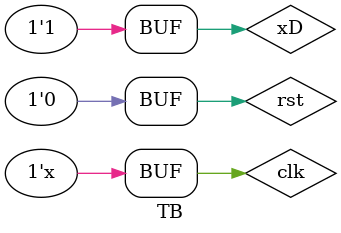
<source format=v>
module TB();
reg clk=0;
reg start,rst,xD;
reg [7:0]data;
wire TxD_busy;
wire [7:0] RxD_data;
async_receiver AR(
    rst,
    clk,
    xD,
    RxD_data_ready,
    RxD_data  // data received, valid only (for one clock cycle) when RxD_data_ready is asserted
);
// async_transmitter AT(
//     clk,
//     start,
//     data,
//     xD,
//     TxD_busy
// );
initial begin
    #5 rst=1'b1;
    #5 xD=1'b1;
    #30 rst=1'b0;
    // #5 data=8'b01011000;
    // #5 start=1'b1;
    // #60 start=1'b0;
    #10000 xD=1'b0;
    #17280 xD=1'b1;
    #17280 xD=1'b0;
    #17280 xD=1'b1;
    #17280 xD=1'b1;
    #17280 xD=1'b0;
    #17280 xD=1'b0;
    #17280 xD=1'b1;
    #17280 xD=1'b1;
    #17280 xD=1'b0;
    #17280 xD=1'b1;
    #17280 xD=1'b0;
    #17280 xD=1'b1;

end
always #20 clk=~clk;

endmodule
</source>
